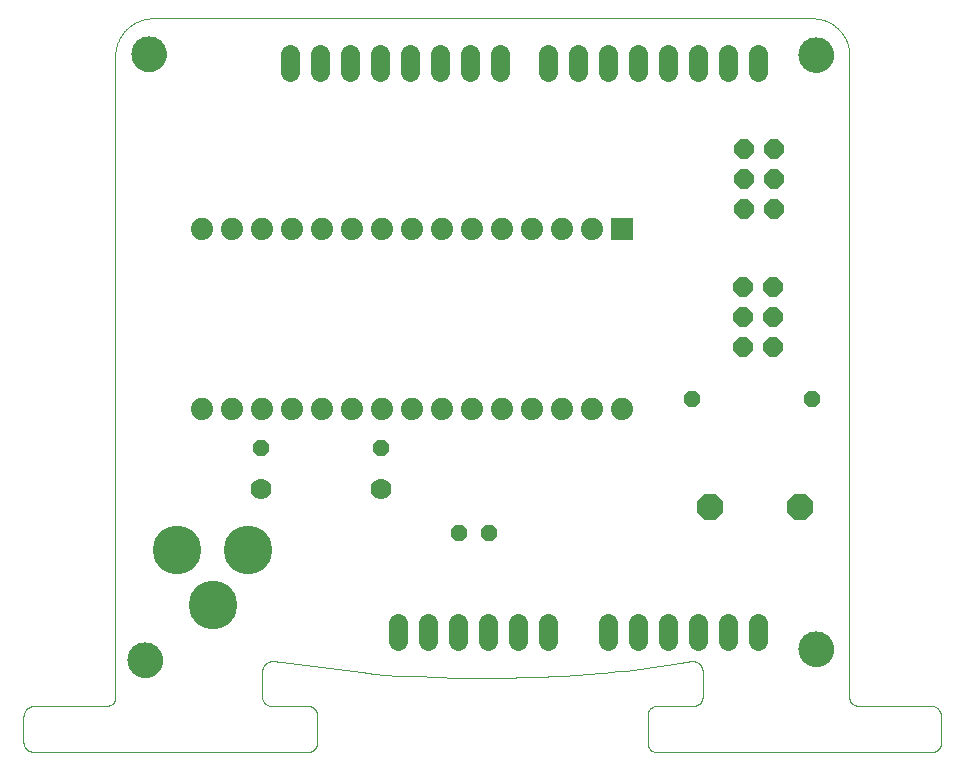
<source format=gbs>
G75*
%MOIN*%
%OFA0B0*%
%FSLAX25Y25*%
%IPPOS*%
%LPD*%
%AMOC8*
5,1,8,0,0,1.08239X$1,22.5*
%
%ADD10C,0.00000*%
%ADD11C,0.11817*%
%ADD12C,0.00300*%
%ADD13R,0.07400X0.07400*%
%ADD14C,0.07400*%
%ADD15C,0.06400*%
%ADD16OC8,0.05600*%
%ADD17OC8,0.08900*%
%ADD18C,0.16200*%
%ADD19C,0.07000*%
%ADD20OC8,0.06400*%
D10*
X0035911Y0031893D02*
X0035913Y0032044D01*
X0035919Y0032194D01*
X0035929Y0032345D01*
X0035943Y0032495D01*
X0035961Y0032644D01*
X0035982Y0032794D01*
X0036008Y0032942D01*
X0036038Y0033090D01*
X0036071Y0033237D01*
X0036109Y0033383D01*
X0036150Y0033528D01*
X0036195Y0033672D01*
X0036244Y0033814D01*
X0036297Y0033955D01*
X0036353Y0034095D01*
X0036413Y0034233D01*
X0036476Y0034370D01*
X0036544Y0034505D01*
X0036614Y0034638D01*
X0036688Y0034769D01*
X0036766Y0034898D01*
X0036847Y0035025D01*
X0036931Y0035150D01*
X0037019Y0035273D01*
X0037110Y0035393D01*
X0037204Y0035511D01*
X0037301Y0035626D01*
X0037401Y0035739D01*
X0037504Y0035849D01*
X0037610Y0035956D01*
X0037719Y0036061D01*
X0037830Y0036162D01*
X0037944Y0036261D01*
X0038060Y0036356D01*
X0038180Y0036449D01*
X0038301Y0036538D01*
X0038425Y0036624D01*
X0038551Y0036707D01*
X0038679Y0036786D01*
X0038809Y0036862D01*
X0038941Y0036935D01*
X0039075Y0037003D01*
X0039211Y0037069D01*
X0039349Y0037131D01*
X0039488Y0037189D01*
X0039628Y0037243D01*
X0039770Y0037294D01*
X0039913Y0037341D01*
X0040058Y0037384D01*
X0040203Y0037423D01*
X0040350Y0037459D01*
X0040497Y0037490D01*
X0040645Y0037518D01*
X0040794Y0037542D01*
X0040943Y0037562D01*
X0041093Y0037578D01*
X0041243Y0037590D01*
X0041394Y0037598D01*
X0041545Y0037602D01*
X0041695Y0037602D01*
X0041846Y0037598D01*
X0041997Y0037590D01*
X0042147Y0037578D01*
X0042297Y0037562D01*
X0042446Y0037542D01*
X0042595Y0037518D01*
X0042743Y0037490D01*
X0042890Y0037459D01*
X0043037Y0037423D01*
X0043182Y0037384D01*
X0043327Y0037341D01*
X0043470Y0037294D01*
X0043612Y0037243D01*
X0043752Y0037189D01*
X0043891Y0037131D01*
X0044029Y0037069D01*
X0044165Y0037003D01*
X0044299Y0036935D01*
X0044431Y0036862D01*
X0044561Y0036786D01*
X0044689Y0036707D01*
X0044815Y0036624D01*
X0044939Y0036538D01*
X0045060Y0036449D01*
X0045180Y0036356D01*
X0045296Y0036261D01*
X0045410Y0036162D01*
X0045521Y0036061D01*
X0045630Y0035956D01*
X0045736Y0035849D01*
X0045839Y0035739D01*
X0045939Y0035626D01*
X0046036Y0035511D01*
X0046130Y0035393D01*
X0046221Y0035273D01*
X0046309Y0035150D01*
X0046393Y0035025D01*
X0046474Y0034898D01*
X0046552Y0034769D01*
X0046626Y0034638D01*
X0046696Y0034505D01*
X0046764Y0034370D01*
X0046827Y0034233D01*
X0046887Y0034095D01*
X0046943Y0033955D01*
X0046996Y0033814D01*
X0047045Y0033672D01*
X0047090Y0033528D01*
X0047131Y0033383D01*
X0047169Y0033237D01*
X0047202Y0033090D01*
X0047232Y0032942D01*
X0047258Y0032794D01*
X0047279Y0032644D01*
X0047297Y0032495D01*
X0047311Y0032345D01*
X0047321Y0032194D01*
X0047327Y0032044D01*
X0047329Y0031893D01*
X0047327Y0031742D01*
X0047321Y0031592D01*
X0047311Y0031441D01*
X0047297Y0031291D01*
X0047279Y0031142D01*
X0047258Y0030992D01*
X0047232Y0030844D01*
X0047202Y0030696D01*
X0047169Y0030549D01*
X0047131Y0030403D01*
X0047090Y0030258D01*
X0047045Y0030114D01*
X0046996Y0029972D01*
X0046943Y0029831D01*
X0046887Y0029691D01*
X0046827Y0029553D01*
X0046764Y0029416D01*
X0046696Y0029281D01*
X0046626Y0029148D01*
X0046552Y0029017D01*
X0046474Y0028888D01*
X0046393Y0028761D01*
X0046309Y0028636D01*
X0046221Y0028513D01*
X0046130Y0028393D01*
X0046036Y0028275D01*
X0045939Y0028160D01*
X0045839Y0028047D01*
X0045736Y0027937D01*
X0045630Y0027830D01*
X0045521Y0027725D01*
X0045410Y0027624D01*
X0045296Y0027525D01*
X0045180Y0027430D01*
X0045060Y0027337D01*
X0044939Y0027248D01*
X0044815Y0027162D01*
X0044689Y0027079D01*
X0044561Y0027000D01*
X0044431Y0026924D01*
X0044299Y0026851D01*
X0044165Y0026783D01*
X0044029Y0026717D01*
X0043891Y0026655D01*
X0043752Y0026597D01*
X0043612Y0026543D01*
X0043470Y0026492D01*
X0043327Y0026445D01*
X0043182Y0026402D01*
X0043037Y0026363D01*
X0042890Y0026327D01*
X0042743Y0026296D01*
X0042595Y0026268D01*
X0042446Y0026244D01*
X0042297Y0026224D01*
X0042147Y0026208D01*
X0041997Y0026196D01*
X0041846Y0026188D01*
X0041695Y0026184D01*
X0041545Y0026184D01*
X0041394Y0026188D01*
X0041243Y0026196D01*
X0041093Y0026208D01*
X0040943Y0026224D01*
X0040794Y0026244D01*
X0040645Y0026268D01*
X0040497Y0026296D01*
X0040350Y0026327D01*
X0040203Y0026363D01*
X0040058Y0026402D01*
X0039913Y0026445D01*
X0039770Y0026492D01*
X0039628Y0026543D01*
X0039488Y0026597D01*
X0039349Y0026655D01*
X0039211Y0026717D01*
X0039075Y0026783D01*
X0038941Y0026851D01*
X0038809Y0026924D01*
X0038679Y0027000D01*
X0038551Y0027079D01*
X0038425Y0027162D01*
X0038301Y0027248D01*
X0038180Y0027337D01*
X0038060Y0027430D01*
X0037944Y0027525D01*
X0037830Y0027624D01*
X0037719Y0027725D01*
X0037610Y0027830D01*
X0037504Y0027937D01*
X0037401Y0028047D01*
X0037301Y0028160D01*
X0037204Y0028275D01*
X0037110Y0028393D01*
X0037019Y0028513D01*
X0036931Y0028636D01*
X0036847Y0028761D01*
X0036766Y0028888D01*
X0036688Y0029017D01*
X0036614Y0029148D01*
X0036544Y0029281D01*
X0036476Y0029416D01*
X0036413Y0029553D01*
X0036353Y0029691D01*
X0036297Y0029831D01*
X0036244Y0029972D01*
X0036195Y0030114D01*
X0036150Y0030258D01*
X0036109Y0030403D01*
X0036071Y0030549D01*
X0036038Y0030696D01*
X0036008Y0030844D01*
X0035982Y0030992D01*
X0035961Y0031142D01*
X0035943Y0031291D01*
X0035929Y0031441D01*
X0035919Y0031592D01*
X0035913Y0031742D01*
X0035911Y0031893D01*
X0259600Y0035535D02*
X0259602Y0035686D01*
X0259608Y0035836D01*
X0259618Y0035987D01*
X0259632Y0036137D01*
X0259650Y0036286D01*
X0259671Y0036436D01*
X0259697Y0036584D01*
X0259727Y0036732D01*
X0259760Y0036879D01*
X0259798Y0037025D01*
X0259839Y0037170D01*
X0259884Y0037314D01*
X0259933Y0037456D01*
X0259986Y0037597D01*
X0260042Y0037737D01*
X0260102Y0037875D01*
X0260165Y0038012D01*
X0260233Y0038147D01*
X0260303Y0038280D01*
X0260377Y0038411D01*
X0260455Y0038540D01*
X0260536Y0038667D01*
X0260620Y0038792D01*
X0260708Y0038915D01*
X0260799Y0039035D01*
X0260893Y0039153D01*
X0260990Y0039268D01*
X0261090Y0039381D01*
X0261193Y0039491D01*
X0261299Y0039598D01*
X0261408Y0039703D01*
X0261519Y0039804D01*
X0261633Y0039903D01*
X0261749Y0039998D01*
X0261869Y0040091D01*
X0261990Y0040180D01*
X0262114Y0040266D01*
X0262240Y0040349D01*
X0262368Y0040428D01*
X0262498Y0040504D01*
X0262630Y0040577D01*
X0262764Y0040645D01*
X0262900Y0040711D01*
X0263038Y0040773D01*
X0263177Y0040831D01*
X0263317Y0040885D01*
X0263459Y0040936D01*
X0263602Y0040983D01*
X0263747Y0041026D01*
X0263892Y0041065D01*
X0264039Y0041101D01*
X0264186Y0041132D01*
X0264334Y0041160D01*
X0264483Y0041184D01*
X0264632Y0041204D01*
X0264782Y0041220D01*
X0264932Y0041232D01*
X0265083Y0041240D01*
X0265234Y0041244D01*
X0265384Y0041244D01*
X0265535Y0041240D01*
X0265686Y0041232D01*
X0265836Y0041220D01*
X0265986Y0041204D01*
X0266135Y0041184D01*
X0266284Y0041160D01*
X0266432Y0041132D01*
X0266579Y0041101D01*
X0266726Y0041065D01*
X0266871Y0041026D01*
X0267016Y0040983D01*
X0267159Y0040936D01*
X0267301Y0040885D01*
X0267441Y0040831D01*
X0267580Y0040773D01*
X0267718Y0040711D01*
X0267854Y0040645D01*
X0267988Y0040577D01*
X0268120Y0040504D01*
X0268250Y0040428D01*
X0268378Y0040349D01*
X0268504Y0040266D01*
X0268628Y0040180D01*
X0268749Y0040091D01*
X0268869Y0039998D01*
X0268985Y0039903D01*
X0269099Y0039804D01*
X0269210Y0039703D01*
X0269319Y0039598D01*
X0269425Y0039491D01*
X0269528Y0039381D01*
X0269628Y0039268D01*
X0269725Y0039153D01*
X0269819Y0039035D01*
X0269910Y0038915D01*
X0269998Y0038792D01*
X0270082Y0038667D01*
X0270163Y0038540D01*
X0270241Y0038411D01*
X0270315Y0038280D01*
X0270385Y0038147D01*
X0270453Y0038012D01*
X0270516Y0037875D01*
X0270576Y0037737D01*
X0270632Y0037597D01*
X0270685Y0037456D01*
X0270734Y0037314D01*
X0270779Y0037170D01*
X0270820Y0037025D01*
X0270858Y0036879D01*
X0270891Y0036732D01*
X0270921Y0036584D01*
X0270947Y0036436D01*
X0270968Y0036286D01*
X0270986Y0036137D01*
X0271000Y0035987D01*
X0271010Y0035836D01*
X0271016Y0035686D01*
X0271018Y0035535D01*
X0271016Y0035384D01*
X0271010Y0035234D01*
X0271000Y0035083D01*
X0270986Y0034933D01*
X0270968Y0034784D01*
X0270947Y0034634D01*
X0270921Y0034486D01*
X0270891Y0034338D01*
X0270858Y0034191D01*
X0270820Y0034045D01*
X0270779Y0033900D01*
X0270734Y0033756D01*
X0270685Y0033614D01*
X0270632Y0033473D01*
X0270576Y0033333D01*
X0270516Y0033195D01*
X0270453Y0033058D01*
X0270385Y0032923D01*
X0270315Y0032790D01*
X0270241Y0032659D01*
X0270163Y0032530D01*
X0270082Y0032403D01*
X0269998Y0032278D01*
X0269910Y0032155D01*
X0269819Y0032035D01*
X0269725Y0031917D01*
X0269628Y0031802D01*
X0269528Y0031689D01*
X0269425Y0031579D01*
X0269319Y0031472D01*
X0269210Y0031367D01*
X0269099Y0031266D01*
X0268985Y0031167D01*
X0268869Y0031072D01*
X0268749Y0030979D01*
X0268628Y0030890D01*
X0268504Y0030804D01*
X0268378Y0030721D01*
X0268250Y0030642D01*
X0268120Y0030566D01*
X0267988Y0030493D01*
X0267854Y0030425D01*
X0267718Y0030359D01*
X0267580Y0030297D01*
X0267441Y0030239D01*
X0267301Y0030185D01*
X0267159Y0030134D01*
X0267016Y0030087D01*
X0266871Y0030044D01*
X0266726Y0030005D01*
X0266579Y0029969D01*
X0266432Y0029938D01*
X0266284Y0029910D01*
X0266135Y0029886D01*
X0265986Y0029866D01*
X0265836Y0029850D01*
X0265686Y0029838D01*
X0265535Y0029830D01*
X0265384Y0029826D01*
X0265234Y0029826D01*
X0265083Y0029830D01*
X0264932Y0029838D01*
X0264782Y0029850D01*
X0264632Y0029866D01*
X0264483Y0029886D01*
X0264334Y0029910D01*
X0264186Y0029938D01*
X0264039Y0029969D01*
X0263892Y0030005D01*
X0263747Y0030044D01*
X0263602Y0030087D01*
X0263459Y0030134D01*
X0263317Y0030185D01*
X0263177Y0030239D01*
X0263038Y0030297D01*
X0262900Y0030359D01*
X0262764Y0030425D01*
X0262630Y0030493D01*
X0262498Y0030566D01*
X0262368Y0030642D01*
X0262240Y0030721D01*
X0262114Y0030804D01*
X0261990Y0030890D01*
X0261869Y0030979D01*
X0261749Y0031072D01*
X0261633Y0031167D01*
X0261519Y0031266D01*
X0261408Y0031367D01*
X0261299Y0031472D01*
X0261193Y0031579D01*
X0261090Y0031689D01*
X0260990Y0031802D01*
X0260893Y0031917D01*
X0260799Y0032035D01*
X0260708Y0032155D01*
X0260620Y0032278D01*
X0260536Y0032403D01*
X0260455Y0032530D01*
X0260377Y0032659D01*
X0260303Y0032790D01*
X0260233Y0032923D01*
X0260165Y0033058D01*
X0260102Y0033195D01*
X0260042Y0033333D01*
X0259986Y0033473D01*
X0259933Y0033614D01*
X0259884Y0033756D01*
X0259839Y0033900D01*
X0259798Y0034045D01*
X0259760Y0034191D01*
X0259727Y0034338D01*
X0259697Y0034486D01*
X0259671Y0034634D01*
X0259650Y0034784D01*
X0259632Y0034933D01*
X0259618Y0035083D01*
X0259608Y0035234D01*
X0259602Y0035384D01*
X0259600Y0035535D01*
X0259600Y0233661D02*
X0259602Y0233812D01*
X0259608Y0233962D01*
X0259618Y0234113D01*
X0259632Y0234263D01*
X0259650Y0234412D01*
X0259671Y0234562D01*
X0259697Y0234710D01*
X0259727Y0234858D01*
X0259760Y0235005D01*
X0259798Y0235151D01*
X0259839Y0235296D01*
X0259884Y0235440D01*
X0259933Y0235582D01*
X0259986Y0235723D01*
X0260042Y0235863D01*
X0260102Y0236001D01*
X0260165Y0236138D01*
X0260233Y0236273D01*
X0260303Y0236406D01*
X0260377Y0236537D01*
X0260455Y0236666D01*
X0260536Y0236793D01*
X0260620Y0236918D01*
X0260708Y0237041D01*
X0260799Y0237161D01*
X0260893Y0237279D01*
X0260990Y0237394D01*
X0261090Y0237507D01*
X0261193Y0237617D01*
X0261299Y0237724D01*
X0261408Y0237829D01*
X0261519Y0237930D01*
X0261633Y0238029D01*
X0261749Y0238124D01*
X0261869Y0238217D01*
X0261990Y0238306D01*
X0262114Y0238392D01*
X0262240Y0238475D01*
X0262368Y0238554D01*
X0262498Y0238630D01*
X0262630Y0238703D01*
X0262764Y0238771D01*
X0262900Y0238837D01*
X0263038Y0238899D01*
X0263177Y0238957D01*
X0263317Y0239011D01*
X0263459Y0239062D01*
X0263602Y0239109D01*
X0263747Y0239152D01*
X0263892Y0239191D01*
X0264039Y0239227D01*
X0264186Y0239258D01*
X0264334Y0239286D01*
X0264483Y0239310D01*
X0264632Y0239330D01*
X0264782Y0239346D01*
X0264932Y0239358D01*
X0265083Y0239366D01*
X0265234Y0239370D01*
X0265384Y0239370D01*
X0265535Y0239366D01*
X0265686Y0239358D01*
X0265836Y0239346D01*
X0265986Y0239330D01*
X0266135Y0239310D01*
X0266284Y0239286D01*
X0266432Y0239258D01*
X0266579Y0239227D01*
X0266726Y0239191D01*
X0266871Y0239152D01*
X0267016Y0239109D01*
X0267159Y0239062D01*
X0267301Y0239011D01*
X0267441Y0238957D01*
X0267580Y0238899D01*
X0267718Y0238837D01*
X0267854Y0238771D01*
X0267988Y0238703D01*
X0268120Y0238630D01*
X0268250Y0238554D01*
X0268378Y0238475D01*
X0268504Y0238392D01*
X0268628Y0238306D01*
X0268749Y0238217D01*
X0268869Y0238124D01*
X0268985Y0238029D01*
X0269099Y0237930D01*
X0269210Y0237829D01*
X0269319Y0237724D01*
X0269425Y0237617D01*
X0269528Y0237507D01*
X0269628Y0237394D01*
X0269725Y0237279D01*
X0269819Y0237161D01*
X0269910Y0237041D01*
X0269998Y0236918D01*
X0270082Y0236793D01*
X0270163Y0236666D01*
X0270241Y0236537D01*
X0270315Y0236406D01*
X0270385Y0236273D01*
X0270453Y0236138D01*
X0270516Y0236001D01*
X0270576Y0235863D01*
X0270632Y0235723D01*
X0270685Y0235582D01*
X0270734Y0235440D01*
X0270779Y0235296D01*
X0270820Y0235151D01*
X0270858Y0235005D01*
X0270891Y0234858D01*
X0270921Y0234710D01*
X0270947Y0234562D01*
X0270968Y0234412D01*
X0270986Y0234263D01*
X0271000Y0234113D01*
X0271010Y0233962D01*
X0271016Y0233812D01*
X0271018Y0233661D01*
X0271016Y0233510D01*
X0271010Y0233360D01*
X0271000Y0233209D01*
X0270986Y0233059D01*
X0270968Y0232910D01*
X0270947Y0232760D01*
X0270921Y0232612D01*
X0270891Y0232464D01*
X0270858Y0232317D01*
X0270820Y0232171D01*
X0270779Y0232026D01*
X0270734Y0231882D01*
X0270685Y0231740D01*
X0270632Y0231599D01*
X0270576Y0231459D01*
X0270516Y0231321D01*
X0270453Y0231184D01*
X0270385Y0231049D01*
X0270315Y0230916D01*
X0270241Y0230785D01*
X0270163Y0230656D01*
X0270082Y0230529D01*
X0269998Y0230404D01*
X0269910Y0230281D01*
X0269819Y0230161D01*
X0269725Y0230043D01*
X0269628Y0229928D01*
X0269528Y0229815D01*
X0269425Y0229705D01*
X0269319Y0229598D01*
X0269210Y0229493D01*
X0269099Y0229392D01*
X0268985Y0229293D01*
X0268869Y0229198D01*
X0268749Y0229105D01*
X0268628Y0229016D01*
X0268504Y0228930D01*
X0268378Y0228847D01*
X0268250Y0228768D01*
X0268120Y0228692D01*
X0267988Y0228619D01*
X0267854Y0228551D01*
X0267718Y0228485D01*
X0267580Y0228423D01*
X0267441Y0228365D01*
X0267301Y0228311D01*
X0267159Y0228260D01*
X0267016Y0228213D01*
X0266871Y0228170D01*
X0266726Y0228131D01*
X0266579Y0228095D01*
X0266432Y0228064D01*
X0266284Y0228036D01*
X0266135Y0228012D01*
X0265986Y0227992D01*
X0265836Y0227976D01*
X0265686Y0227964D01*
X0265535Y0227956D01*
X0265384Y0227952D01*
X0265234Y0227952D01*
X0265083Y0227956D01*
X0264932Y0227964D01*
X0264782Y0227976D01*
X0264632Y0227992D01*
X0264483Y0228012D01*
X0264334Y0228036D01*
X0264186Y0228064D01*
X0264039Y0228095D01*
X0263892Y0228131D01*
X0263747Y0228170D01*
X0263602Y0228213D01*
X0263459Y0228260D01*
X0263317Y0228311D01*
X0263177Y0228365D01*
X0263038Y0228423D01*
X0262900Y0228485D01*
X0262764Y0228551D01*
X0262630Y0228619D01*
X0262498Y0228692D01*
X0262368Y0228768D01*
X0262240Y0228847D01*
X0262114Y0228930D01*
X0261990Y0229016D01*
X0261869Y0229105D01*
X0261749Y0229198D01*
X0261633Y0229293D01*
X0261519Y0229392D01*
X0261408Y0229493D01*
X0261299Y0229598D01*
X0261193Y0229705D01*
X0261090Y0229815D01*
X0260990Y0229928D01*
X0260893Y0230043D01*
X0260799Y0230161D01*
X0260708Y0230281D01*
X0260620Y0230404D01*
X0260536Y0230529D01*
X0260455Y0230656D01*
X0260377Y0230785D01*
X0260303Y0230916D01*
X0260233Y0231049D01*
X0260165Y0231184D01*
X0260102Y0231321D01*
X0260042Y0231459D01*
X0259986Y0231599D01*
X0259933Y0231740D01*
X0259884Y0231882D01*
X0259839Y0232026D01*
X0259798Y0232171D01*
X0259760Y0232317D01*
X0259727Y0232464D01*
X0259697Y0232612D01*
X0259671Y0232760D01*
X0259650Y0232910D01*
X0259632Y0233059D01*
X0259618Y0233209D01*
X0259608Y0233360D01*
X0259602Y0233510D01*
X0259600Y0233661D01*
X0037169Y0233893D02*
X0037171Y0234044D01*
X0037177Y0234194D01*
X0037187Y0234345D01*
X0037201Y0234495D01*
X0037219Y0234644D01*
X0037240Y0234794D01*
X0037266Y0234942D01*
X0037296Y0235090D01*
X0037329Y0235237D01*
X0037367Y0235383D01*
X0037408Y0235528D01*
X0037453Y0235672D01*
X0037502Y0235814D01*
X0037555Y0235955D01*
X0037611Y0236095D01*
X0037671Y0236233D01*
X0037734Y0236370D01*
X0037802Y0236505D01*
X0037872Y0236638D01*
X0037946Y0236769D01*
X0038024Y0236898D01*
X0038105Y0237025D01*
X0038189Y0237150D01*
X0038277Y0237273D01*
X0038368Y0237393D01*
X0038462Y0237511D01*
X0038559Y0237626D01*
X0038659Y0237739D01*
X0038762Y0237849D01*
X0038868Y0237956D01*
X0038977Y0238061D01*
X0039088Y0238162D01*
X0039202Y0238261D01*
X0039318Y0238356D01*
X0039438Y0238449D01*
X0039559Y0238538D01*
X0039683Y0238624D01*
X0039809Y0238707D01*
X0039937Y0238786D01*
X0040067Y0238862D01*
X0040199Y0238935D01*
X0040333Y0239003D01*
X0040469Y0239069D01*
X0040607Y0239131D01*
X0040746Y0239189D01*
X0040886Y0239243D01*
X0041028Y0239294D01*
X0041171Y0239341D01*
X0041316Y0239384D01*
X0041461Y0239423D01*
X0041608Y0239459D01*
X0041755Y0239490D01*
X0041903Y0239518D01*
X0042052Y0239542D01*
X0042201Y0239562D01*
X0042351Y0239578D01*
X0042501Y0239590D01*
X0042652Y0239598D01*
X0042803Y0239602D01*
X0042953Y0239602D01*
X0043104Y0239598D01*
X0043255Y0239590D01*
X0043405Y0239578D01*
X0043555Y0239562D01*
X0043704Y0239542D01*
X0043853Y0239518D01*
X0044001Y0239490D01*
X0044148Y0239459D01*
X0044295Y0239423D01*
X0044440Y0239384D01*
X0044585Y0239341D01*
X0044728Y0239294D01*
X0044870Y0239243D01*
X0045010Y0239189D01*
X0045149Y0239131D01*
X0045287Y0239069D01*
X0045423Y0239003D01*
X0045557Y0238935D01*
X0045689Y0238862D01*
X0045819Y0238786D01*
X0045947Y0238707D01*
X0046073Y0238624D01*
X0046197Y0238538D01*
X0046318Y0238449D01*
X0046438Y0238356D01*
X0046554Y0238261D01*
X0046668Y0238162D01*
X0046779Y0238061D01*
X0046888Y0237956D01*
X0046994Y0237849D01*
X0047097Y0237739D01*
X0047197Y0237626D01*
X0047294Y0237511D01*
X0047388Y0237393D01*
X0047479Y0237273D01*
X0047567Y0237150D01*
X0047651Y0237025D01*
X0047732Y0236898D01*
X0047810Y0236769D01*
X0047884Y0236638D01*
X0047954Y0236505D01*
X0048022Y0236370D01*
X0048085Y0236233D01*
X0048145Y0236095D01*
X0048201Y0235955D01*
X0048254Y0235814D01*
X0048303Y0235672D01*
X0048348Y0235528D01*
X0048389Y0235383D01*
X0048427Y0235237D01*
X0048460Y0235090D01*
X0048490Y0234942D01*
X0048516Y0234794D01*
X0048537Y0234644D01*
X0048555Y0234495D01*
X0048569Y0234345D01*
X0048579Y0234194D01*
X0048585Y0234044D01*
X0048587Y0233893D01*
X0048585Y0233742D01*
X0048579Y0233592D01*
X0048569Y0233441D01*
X0048555Y0233291D01*
X0048537Y0233142D01*
X0048516Y0232992D01*
X0048490Y0232844D01*
X0048460Y0232696D01*
X0048427Y0232549D01*
X0048389Y0232403D01*
X0048348Y0232258D01*
X0048303Y0232114D01*
X0048254Y0231972D01*
X0048201Y0231831D01*
X0048145Y0231691D01*
X0048085Y0231553D01*
X0048022Y0231416D01*
X0047954Y0231281D01*
X0047884Y0231148D01*
X0047810Y0231017D01*
X0047732Y0230888D01*
X0047651Y0230761D01*
X0047567Y0230636D01*
X0047479Y0230513D01*
X0047388Y0230393D01*
X0047294Y0230275D01*
X0047197Y0230160D01*
X0047097Y0230047D01*
X0046994Y0229937D01*
X0046888Y0229830D01*
X0046779Y0229725D01*
X0046668Y0229624D01*
X0046554Y0229525D01*
X0046438Y0229430D01*
X0046318Y0229337D01*
X0046197Y0229248D01*
X0046073Y0229162D01*
X0045947Y0229079D01*
X0045819Y0229000D01*
X0045689Y0228924D01*
X0045557Y0228851D01*
X0045423Y0228783D01*
X0045287Y0228717D01*
X0045149Y0228655D01*
X0045010Y0228597D01*
X0044870Y0228543D01*
X0044728Y0228492D01*
X0044585Y0228445D01*
X0044440Y0228402D01*
X0044295Y0228363D01*
X0044148Y0228327D01*
X0044001Y0228296D01*
X0043853Y0228268D01*
X0043704Y0228244D01*
X0043555Y0228224D01*
X0043405Y0228208D01*
X0043255Y0228196D01*
X0043104Y0228188D01*
X0042953Y0228184D01*
X0042803Y0228184D01*
X0042652Y0228188D01*
X0042501Y0228196D01*
X0042351Y0228208D01*
X0042201Y0228224D01*
X0042052Y0228244D01*
X0041903Y0228268D01*
X0041755Y0228296D01*
X0041608Y0228327D01*
X0041461Y0228363D01*
X0041316Y0228402D01*
X0041171Y0228445D01*
X0041028Y0228492D01*
X0040886Y0228543D01*
X0040746Y0228597D01*
X0040607Y0228655D01*
X0040469Y0228717D01*
X0040333Y0228783D01*
X0040199Y0228851D01*
X0040067Y0228924D01*
X0039937Y0229000D01*
X0039809Y0229079D01*
X0039683Y0229162D01*
X0039559Y0229248D01*
X0039438Y0229337D01*
X0039318Y0229430D01*
X0039202Y0229525D01*
X0039088Y0229624D01*
X0038977Y0229725D01*
X0038868Y0229830D01*
X0038762Y0229937D01*
X0038659Y0230047D01*
X0038559Y0230160D01*
X0038462Y0230275D01*
X0038368Y0230393D01*
X0038277Y0230513D01*
X0038189Y0230636D01*
X0038105Y0230761D01*
X0038024Y0230888D01*
X0037946Y0231017D01*
X0037872Y0231148D01*
X0037802Y0231281D01*
X0037734Y0231416D01*
X0037671Y0231553D01*
X0037611Y0231691D01*
X0037555Y0231831D01*
X0037502Y0231972D01*
X0037453Y0232114D01*
X0037408Y0232258D01*
X0037367Y0232403D01*
X0037329Y0232549D01*
X0037296Y0232696D01*
X0037266Y0232844D01*
X0037240Y0232992D01*
X0037219Y0233142D01*
X0037201Y0233291D01*
X0037187Y0233441D01*
X0037177Y0233592D01*
X0037171Y0233742D01*
X0037169Y0233893D01*
D11*
X0042878Y0233893D03*
X0265309Y0233661D03*
X0265309Y0035535D03*
X0041620Y0031893D03*
D12*
X0004425Y0001268D02*
X0096163Y0001268D01*
X0096267Y0001270D01*
X0096372Y0001276D01*
X0096476Y0001285D01*
X0096580Y0001298D01*
X0096683Y0001316D01*
X0096785Y0001336D01*
X0096887Y0001361D01*
X0096987Y0001389D01*
X0097087Y0001421D01*
X0097185Y0001457D01*
X0097282Y0001496D01*
X0097377Y0001539D01*
X0097471Y0001585D01*
X0097563Y0001634D01*
X0097653Y0001687D01*
X0097742Y0001743D01*
X0097828Y0001802D01*
X0097912Y0001865D01*
X0097993Y0001930D01*
X0098072Y0001998D01*
X0098149Y0002069D01*
X0098223Y0002143D01*
X0098294Y0002220D01*
X0098362Y0002299D01*
X0098427Y0002380D01*
X0098490Y0002464D01*
X0098549Y0002550D01*
X0098605Y0002639D01*
X0098658Y0002729D01*
X0098707Y0002821D01*
X0098753Y0002915D01*
X0098796Y0003010D01*
X0098835Y0003107D01*
X0098871Y0003205D01*
X0098903Y0003305D01*
X0098931Y0003405D01*
X0098956Y0003507D01*
X0098976Y0003609D01*
X0098994Y0003712D01*
X0099007Y0003816D01*
X0099016Y0003920D01*
X0099022Y0004025D01*
X0099024Y0004129D01*
X0099024Y0013457D01*
X0099022Y0013569D01*
X0099016Y0013680D01*
X0099006Y0013791D01*
X0098992Y0013902D01*
X0098974Y0014012D01*
X0098953Y0014121D01*
X0098927Y0014230D01*
X0098897Y0014338D01*
X0098864Y0014444D01*
X0098827Y0014549D01*
X0098786Y0014653D01*
X0098742Y0014756D01*
X0098693Y0014856D01*
X0098642Y0014955D01*
X0098586Y0015052D01*
X0098528Y0015147D01*
X0098466Y0015240D01*
X0098400Y0015330D01*
X0098332Y0015418D01*
X0098260Y0015504D01*
X0098186Y0015587D01*
X0098108Y0015667D01*
X0098028Y0015745D01*
X0097945Y0015819D01*
X0097859Y0015891D01*
X0097771Y0015959D01*
X0097681Y0016025D01*
X0097588Y0016087D01*
X0097493Y0016145D01*
X0097396Y0016201D01*
X0097297Y0016252D01*
X0097197Y0016301D01*
X0097094Y0016345D01*
X0096990Y0016386D01*
X0096885Y0016423D01*
X0096779Y0016456D01*
X0096671Y0016486D01*
X0096562Y0016512D01*
X0096453Y0016533D01*
X0096343Y0016551D01*
X0096232Y0016565D01*
X0096121Y0016575D01*
X0096010Y0016581D01*
X0095898Y0016583D01*
X0083792Y0016583D01*
X0083682Y0016585D01*
X0083573Y0016591D01*
X0083463Y0016601D01*
X0083354Y0016614D01*
X0083246Y0016632D01*
X0083138Y0016653D01*
X0083032Y0016679D01*
X0082926Y0016708D01*
X0082821Y0016740D01*
X0082717Y0016777D01*
X0082615Y0016817D01*
X0082515Y0016861D01*
X0082416Y0016908D01*
X0082318Y0016959D01*
X0082223Y0017013D01*
X0082130Y0017071D01*
X0082038Y0017132D01*
X0081949Y0017196D01*
X0081863Y0017264D01*
X0081778Y0017334D01*
X0081697Y0017407D01*
X0081618Y0017484D01*
X0081541Y0017563D01*
X0081468Y0017644D01*
X0081398Y0017729D01*
X0081330Y0017815D01*
X0081266Y0017904D01*
X0081205Y0017996D01*
X0081147Y0018089D01*
X0081093Y0018184D01*
X0081042Y0018282D01*
X0080995Y0018381D01*
X0080951Y0018481D01*
X0080911Y0018583D01*
X0080874Y0018687D01*
X0080842Y0018792D01*
X0080813Y0018898D01*
X0080787Y0019004D01*
X0080766Y0019112D01*
X0080748Y0019220D01*
X0080735Y0019329D01*
X0080725Y0019439D01*
X0080719Y0019548D01*
X0080717Y0019658D01*
X0080717Y0028000D01*
X0080719Y0028117D01*
X0080725Y0028234D01*
X0080735Y0028351D01*
X0080748Y0028467D01*
X0080766Y0028583D01*
X0080787Y0028698D01*
X0080812Y0028813D01*
X0080842Y0028926D01*
X0080874Y0029038D01*
X0080911Y0029150D01*
X0080951Y0029260D01*
X0080995Y0029368D01*
X0081043Y0029475D01*
X0081094Y0029581D01*
X0081148Y0029684D01*
X0081206Y0029786D01*
X0081268Y0029886D01*
X0081332Y0029984D01*
X0081400Y0030079D01*
X0081471Y0030172D01*
X0081545Y0030263D01*
X0081623Y0030351D01*
X0081703Y0030437D01*
X0081785Y0030519D01*
X0081871Y0030599D01*
X0081959Y0030677D01*
X0082050Y0030751D01*
X0082143Y0030822D01*
X0082238Y0030890D01*
X0082336Y0030954D01*
X0082436Y0031016D01*
X0082538Y0031074D01*
X0082641Y0031128D01*
X0082747Y0031179D01*
X0082854Y0031227D01*
X0082962Y0031271D01*
X0083072Y0031311D01*
X0083184Y0031348D01*
X0083296Y0031380D01*
X0083409Y0031410D01*
X0083524Y0031435D01*
X0083639Y0031456D01*
X0083755Y0031474D01*
X0083871Y0031487D01*
X0083988Y0031497D01*
X0084105Y0031503D01*
X0084222Y0031505D01*
X0084280Y0031493D02*
X0113867Y0027725D01*
X0134339Y0026387D02*
X0136585Y0026349D01*
X0138830Y0026257D01*
X0141072Y0026111D01*
X0160047Y0025914D02*
X0160463Y0025888D01*
X0160879Y0025870D01*
X0161296Y0025861D01*
X0161712Y0025861D01*
X0162129Y0025870D01*
X0162545Y0025888D01*
X0162961Y0025914D01*
X0160048Y0025914D02*
X0159340Y0025959D01*
X0158631Y0025988D01*
X0157922Y0026003D01*
X0157213Y0026001D01*
X0156504Y0025985D01*
X0155796Y0025953D01*
X0162961Y0025914D02*
X0164544Y0026014D01*
X0166128Y0026081D01*
X0167714Y0026113D01*
X0169300Y0026111D01*
X0177016Y0026387D02*
X0178380Y0026489D01*
X0179745Y0026568D01*
X0181111Y0026623D01*
X0201977Y0028355D02*
X0215835Y0030244D01*
X0224101Y0031504D02*
X0224216Y0031502D01*
X0224330Y0031496D01*
X0224444Y0031487D01*
X0224558Y0031473D01*
X0224671Y0031456D01*
X0224784Y0031435D01*
X0224895Y0031411D01*
X0225006Y0031382D01*
X0225116Y0031350D01*
X0225225Y0031314D01*
X0225333Y0031275D01*
X0225439Y0031232D01*
X0225544Y0031186D01*
X0225647Y0031136D01*
X0225748Y0031082D01*
X0225847Y0031026D01*
X0225945Y0030966D01*
X0226041Y0030902D01*
X0226134Y0030836D01*
X0226225Y0030767D01*
X0226314Y0030694D01*
X0226400Y0030619D01*
X0226483Y0030540D01*
X0226564Y0030459D01*
X0226643Y0030376D01*
X0226718Y0030290D01*
X0226791Y0030201D01*
X0226860Y0030110D01*
X0226926Y0030017D01*
X0226990Y0029921D01*
X0227050Y0029823D01*
X0227106Y0029724D01*
X0227160Y0029623D01*
X0227210Y0029520D01*
X0227256Y0029415D01*
X0227299Y0029309D01*
X0227338Y0029201D01*
X0227374Y0029092D01*
X0227406Y0028982D01*
X0227435Y0028871D01*
X0227459Y0028760D01*
X0227480Y0028647D01*
X0227497Y0028534D01*
X0227511Y0028420D01*
X0227520Y0028306D01*
X0227526Y0028192D01*
X0227528Y0028077D01*
X0227528Y0019513D01*
X0227526Y0019407D01*
X0227520Y0019302D01*
X0227511Y0019197D01*
X0227497Y0019092D01*
X0227480Y0018988D01*
X0227459Y0018885D01*
X0227434Y0018782D01*
X0227405Y0018680D01*
X0227373Y0018580D01*
X0227337Y0018481D01*
X0227298Y0018383D01*
X0227255Y0018286D01*
X0227208Y0018192D01*
X0227158Y0018099D01*
X0227105Y0018007D01*
X0227048Y0017918D01*
X0226988Y0017831D01*
X0226925Y0017747D01*
X0226859Y0017664D01*
X0226790Y0017584D01*
X0226719Y0017507D01*
X0226644Y0017432D01*
X0226567Y0017361D01*
X0226487Y0017292D01*
X0226404Y0017226D01*
X0226320Y0017163D01*
X0226233Y0017103D01*
X0226144Y0017046D01*
X0226052Y0016993D01*
X0225959Y0016943D01*
X0225865Y0016896D01*
X0225768Y0016853D01*
X0225670Y0016814D01*
X0225571Y0016778D01*
X0225471Y0016746D01*
X0225369Y0016717D01*
X0225266Y0016692D01*
X0225163Y0016671D01*
X0225059Y0016654D01*
X0224954Y0016640D01*
X0224849Y0016631D01*
X0224744Y0016625D01*
X0224638Y0016623D01*
X0224638Y0016622D02*
X0212410Y0016622D01*
X0212410Y0016623D02*
X0212297Y0016621D01*
X0212185Y0016615D01*
X0212072Y0016605D01*
X0211961Y0016592D01*
X0211849Y0016574D01*
X0211739Y0016552D01*
X0211629Y0016527D01*
X0211520Y0016498D01*
X0211412Y0016465D01*
X0211306Y0016428D01*
X0211200Y0016388D01*
X0211097Y0016344D01*
X0210994Y0016296D01*
X0210894Y0016245D01*
X0210796Y0016190D01*
X0210699Y0016132D01*
X0210604Y0016071D01*
X0210512Y0016006D01*
X0210422Y0015938D01*
X0210334Y0015868D01*
X0210249Y0015794D01*
X0210167Y0015717D01*
X0210087Y0015637D01*
X0210010Y0015555D01*
X0209936Y0015470D01*
X0209866Y0015382D01*
X0209798Y0015292D01*
X0209733Y0015200D01*
X0209672Y0015105D01*
X0209614Y0015008D01*
X0209559Y0014910D01*
X0209508Y0014810D01*
X0209460Y0014707D01*
X0209416Y0014604D01*
X0209376Y0014498D01*
X0209339Y0014392D01*
X0209306Y0014284D01*
X0209277Y0014175D01*
X0209252Y0014065D01*
X0209230Y0013955D01*
X0209212Y0013843D01*
X0209199Y0013732D01*
X0209189Y0013619D01*
X0209183Y0013507D01*
X0209181Y0013394D01*
X0209181Y0013355D01*
X0209181Y0013276D02*
X0209181Y0004216D01*
X0209182Y0004216D02*
X0209184Y0004107D01*
X0209190Y0003997D01*
X0209200Y0003888D01*
X0209213Y0003780D01*
X0209231Y0003672D01*
X0209252Y0003564D01*
X0209277Y0003458D01*
X0209306Y0003352D01*
X0209339Y0003248D01*
X0209375Y0003145D01*
X0209415Y0003043D01*
X0209459Y0002942D01*
X0209506Y0002844D01*
X0209557Y0002747D01*
X0209611Y0002652D01*
X0209669Y0002558D01*
X0209730Y0002467D01*
X0209794Y0002379D01*
X0209861Y0002292D01*
X0209931Y0002208D01*
X0210004Y0002127D01*
X0210080Y0002048D01*
X0210159Y0001972D01*
X0210240Y0001899D01*
X0210324Y0001829D01*
X0210411Y0001762D01*
X0210499Y0001698D01*
X0210590Y0001637D01*
X0210684Y0001579D01*
X0210779Y0001525D01*
X0210876Y0001474D01*
X0210974Y0001427D01*
X0211075Y0001383D01*
X0211177Y0001343D01*
X0211280Y0001307D01*
X0211384Y0001274D01*
X0211490Y0001245D01*
X0211596Y0001220D01*
X0211704Y0001199D01*
X0211812Y0001181D01*
X0211920Y0001168D01*
X0212029Y0001158D01*
X0212139Y0001152D01*
X0212248Y0001150D01*
X0303740Y0001150D01*
X0303853Y0001152D01*
X0303966Y0001158D01*
X0304079Y0001167D01*
X0304191Y0001181D01*
X0304303Y0001198D01*
X0304414Y0001219D01*
X0304525Y0001244D01*
X0304634Y0001273D01*
X0304743Y0001305D01*
X0304850Y0001341D01*
X0304956Y0001381D01*
X0305061Y0001424D01*
X0305164Y0001471D01*
X0305265Y0001522D01*
X0305365Y0001575D01*
X0305462Y0001633D01*
X0305558Y0001693D01*
X0305652Y0001757D01*
X0305743Y0001824D01*
X0305832Y0001894D01*
X0305919Y0001966D01*
X0306003Y0002042D01*
X0306084Y0002121D01*
X0306163Y0002202D01*
X0306239Y0002286D01*
X0306311Y0002373D01*
X0306381Y0002462D01*
X0306448Y0002553D01*
X0306512Y0002647D01*
X0306572Y0002743D01*
X0306630Y0002840D01*
X0306683Y0002940D01*
X0306734Y0003041D01*
X0306781Y0003144D01*
X0306824Y0003249D01*
X0306864Y0003355D01*
X0306900Y0003462D01*
X0306932Y0003571D01*
X0306961Y0003680D01*
X0306986Y0003791D01*
X0307007Y0003902D01*
X0307024Y0004014D01*
X0307038Y0004126D01*
X0307047Y0004239D01*
X0307053Y0004352D01*
X0307055Y0004465D01*
X0307056Y0004465D02*
X0307056Y0013087D01*
X0307054Y0013205D01*
X0307048Y0013323D01*
X0307038Y0013441D01*
X0307024Y0013558D01*
X0307007Y0013675D01*
X0306985Y0013791D01*
X0306960Y0013907D01*
X0306930Y0014021D01*
X0306897Y0014135D01*
X0306860Y0014247D01*
X0306820Y0014358D01*
X0306775Y0014467D01*
X0306727Y0014575D01*
X0306676Y0014682D01*
X0306621Y0014786D01*
X0306562Y0014889D01*
X0306500Y0014990D01*
X0306435Y0015088D01*
X0306367Y0015184D01*
X0306295Y0015278D01*
X0306220Y0015370D01*
X0306142Y0015459D01*
X0306062Y0015545D01*
X0305978Y0015629D01*
X0305892Y0015709D01*
X0305803Y0015787D01*
X0305711Y0015862D01*
X0305617Y0015934D01*
X0305521Y0016002D01*
X0305423Y0016067D01*
X0305322Y0016129D01*
X0305219Y0016188D01*
X0305115Y0016243D01*
X0305008Y0016294D01*
X0304900Y0016342D01*
X0304791Y0016387D01*
X0304680Y0016427D01*
X0304568Y0016464D01*
X0304454Y0016497D01*
X0304340Y0016527D01*
X0304224Y0016552D01*
X0304108Y0016574D01*
X0303991Y0016591D01*
X0303874Y0016605D01*
X0303756Y0016615D01*
X0303638Y0016621D01*
X0303520Y0016623D01*
X0303520Y0016622D02*
X0279273Y0016622D01*
X0279168Y0016624D01*
X0279063Y0016630D01*
X0278959Y0016640D01*
X0278854Y0016653D01*
X0278751Y0016671D01*
X0278648Y0016692D01*
X0278546Y0016718D01*
X0278445Y0016747D01*
X0278346Y0016780D01*
X0278247Y0016816D01*
X0278150Y0016856D01*
X0278055Y0016900D01*
X0277961Y0016947D01*
X0277869Y0016998D01*
X0277779Y0017052D01*
X0277691Y0017110D01*
X0277606Y0017171D01*
X0277522Y0017235D01*
X0277441Y0017302D01*
X0277363Y0017372D01*
X0277287Y0017444D01*
X0277215Y0017520D01*
X0277145Y0017598D01*
X0277078Y0017679D01*
X0277014Y0017763D01*
X0276953Y0017848D01*
X0276895Y0017936D01*
X0276841Y0018026D01*
X0276790Y0018118D01*
X0276743Y0018212D01*
X0276699Y0018307D01*
X0276659Y0018404D01*
X0276623Y0018503D01*
X0276590Y0018602D01*
X0276561Y0018703D01*
X0276535Y0018805D01*
X0276514Y0018908D01*
X0276496Y0019011D01*
X0276483Y0019116D01*
X0276473Y0019220D01*
X0276467Y0019325D01*
X0276465Y0019430D01*
X0276465Y0233385D01*
X0276461Y0233684D01*
X0276451Y0233983D01*
X0276433Y0234281D01*
X0276407Y0234579D01*
X0276375Y0234876D01*
X0276335Y0235172D01*
X0276288Y0235468D01*
X0276235Y0235762D01*
X0276174Y0236054D01*
X0276106Y0236346D01*
X0276030Y0236635D01*
X0275948Y0236922D01*
X0275860Y0237208D01*
X0275764Y0237491D01*
X0275661Y0237772D01*
X0275552Y0238050D01*
X0275436Y0238326D01*
X0275313Y0238598D01*
X0275184Y0238868D01*
X0275048Y0239134D01*
X0274906Y0239397D01*
X0274757Y0239657D01*
X0274603Y0239912D01*
X0274442Y0240164D01*
X0274275Y0240413D01*
X0274102Y0240656D01*
X0273924Y0240896D01*
X0273739Y0241132D01*
X0273549Y0241362D01*
X0273354Y0241588D01*
X0273153Y0241810D01*
X0272947Y0242026D01*
X0272735Y0242238D01*
X0272519Y0242444D01*
X0272297Y0242645D01*
X0272071Y0242840D01*
X0271841Y0243030D01*
X0271605Y0243215D01*
X0271365Y0243393D01*
X0271122Y0243566D01*
X0270873Y0243733D01*
X0270621Y0243894D01*
X0270366Y0244048D01*
X0270106Y0244197D01*
X0269843Y0244339D01*
X0269577Y0244475D01*
X0269307Y0244604D01*
X0269035Y0244727D01*
X0268759Y0244843D01*
X0268481Y0244952D01*
X0268200Y0245055D01*
X0267917Y0245151D01*
X0267631Y0245239D01*
X0267344Y0245321D01*
X0267055Y0245397D01*
X0266763Y0245465D01*
X0266471Y0245526D01*
X0266177Y0245579D01*
X0265881Y0245626D01*
X0265585Y0245666D01*
X0265288Y0245698D01*
X0264990Y0245724D01*
X0264692Y0245742D01*
X0264393Y0245752D01*
X0264094Y0245756D01*
X0044338Y0245756D01*
X0044338Y0245757D02*
X0044029Y0245753D01*
X0043721Y0245742D01*
X0043413Y0245723D01*
X0043106Y0245696D01*
X0042800Y0245662D01*
X0042494Y0245620D01*
X0042190Y0245571D01*
X0041887Y0245515D01*
X0041585Y0245451D01*
X0041285Y0245379D01*
X0040987Y0245301D01*
X0040691Y0245215D01*
X0040397Y0245122D01*
X0040105Y0245021D01*
X0039816Y0244914D01*
X0039530Y0244799D01*
X0039246Y0244678D01*
X0038966Y0244549D01*
X0038689Y0244414D01*
X0038415Y0244272D01*
X0038145Y0244123D01*
X0037879Y0243968D01*
X0037616Y0243806D01*
X0037358Y0243638D01*
X0037104Y0243463D01*
X0036854Y0243282D01*
X0036608Y0243096D01*
X0036368Y0242903D01*
X0036132Y0242704D01*
X0035901Y0242500D01*
X0035675Y0242290D01*
X0035454Y0242075D01*
X0035239Y0241854D01*
X0035029Y0241628D01*
X0034825Y0241397D01*
X0034626Y0241161D01*
X0034434Y0240920D01*
X0034247Y0240675D01*
X0034066Y0240425D01*
X0033892Y0240171D01*
X0033724Y0239912D01*
X0033562Y0239649D01*
X0033407Y0239383D01*
X0033258Y0239113D01*
X0033116Y0238839D01*
X0032981Y0238562D01*
X0032853Y0238282D01*
X0032731Y0237998D01*
X0032617Y0237712D01*
X0032509Y0237423D01*
X0032409Y0237131D01*
X0032316Y0236837D01*
X0032230Y0236541D01*
X0032151Y0236243D01*
X0032080Y0235943D01*
X0032016Y0235641D01*
X0031960Y0235338D01*
X0031911Y0235034D01*
X0031869Y0234728D01*
X0031835Y0234422D01*
X0031809Y0234114D01*
X0031790Y0233807D01*
X0031779Y0233498D01*
X0031775Y0233190D01*
X0031776Y0233190D02*
X0031702Y0019200D01*
X0031702Y0019201D02*
X0031700Y0019100D01*
X0031695Y0018999D01*
X0031685Y0018898D01*
X0031672Y0018799D01*
X0031654Y0018699D01*
X0031633Y0018601D01*
X0031608Y0018503D01*
X0031579Y0018406D01*
X0031546Y0018311D01*
X0031509Y0018217D01*
X0031469Y0018124D01*
X0031425Y0018033D01*
X0031378Y0017944D01*
X0031327Y0017857D01*
X0031273Y0017772D01*
X0031216Y0017689D01*
X0031155Y0017608D01*
X0031091Y0017530D01*
X0031025Y0017454D01*
X0030955Y0017381D01*
X0030882Y0017311D01*
X0030807Y0017244D01*
X0030729Y0017180D01*
X0030649Y0017119D01*
X0030567Y0017061D01*
X0030482Y0017006D01*
X0030395Y0016955D01*
X0030306Y0016907D01*
X0030215Y0016863D01*
X0030123Y0016822D01*
X0030029Y0016785D01*
X0029934Y0016751D01*
X0029838Y0016722D01*
X0029740Y0016696D01*
X0029642Y0016674D01*
X0029542Y0016656D01*
X0029442Y0016642D01*
X0029342Y0016632D01*
X0029241Y0016625D01*
X0029140Y0016623D01*
X0029140Y0016622D02*
X0004940Y0016622D01*
X0004940Y0016623D02*
X0004819Y0016621D01*
X0004697Y0016615D01*
X0004576Y0016605D01*
X0004455Y0016592D01*
X0004335Y0016574D01*
X0004216Y0016553D01*
X0004097Y0016528D01*
X0003979Y0016499D01*
X0003862Y0016466D01*
X0003746Y0016430D01*
X0003631Y0016390D01*
X0003518Y0016346D01*
X0003406Y0016299D01*
X0003296Y0016248D01*
X0003187Y0016193D01*
X0003080Y0016135D01*
X0002975Y0016074D01*
X0002872Y0016009D01*
X0002772Y0015941D01*
X0002673Y0015870D01*
X0002577Y0015796D01*
X0002483Y0015719D01*
X0002392Y0015639D01*
X0002303Y0015556D01*
X0002217Y0015470D01*
X0002134Y0015381D01*
X0002054Y0015290D01*
X0001977Y0015196D01*
X0001903Y0015100D01*
X0001832Y0015001D01*
X0001764Y0014901D01*
X0001699Y0014798D01*
X0001638Y0014693D01*
X0001580Y0014586D01*
X0001525Y0014477D01*
X0001474Y0014367D01*
X0001427Y0014255D01*
X0001383Y0014142D01*
X0001343Y0014027D01*
X0001307Y0013911D01*
X0001274Y0013794D01*
X0001245Y0013676D01*
X0001220Y0013557D01*
X0001199Y0013438D01*
X0001181Y0013318D01*
X0001168Y0013197D01*
X0001158Y0013076D01*
X0001152Y0012954D01*
X0001150Y0012833D01*
X0001150Y0004543D01*
X0001152Y0004431D01*
X0001158Y0004320D01*
X0001167Y0004208D01*
X0001181Y0004097D01*
X0001198Y0003987D01*
X0001218Y0003877D01*
X0001243Y0003768D01*
X0001271Y0003659D01*
X0001303Y0003552D01*
X0001339Y0003446D01*
X0001378Y0003342D01*
X0001421Y0003238D01*
X0001467Y0003136D01*
X0001517Y0003036D01*
X0001570Y0002938D01*
X0001627Y0002841D01*
X0001687Y0002747D01*
X0001749Y0002654D01*
X0001815Y0002564D01*
X0001885Y0002476D01*
X0001957Y0002391D01*
X0002032Y0002308D01*
X0002109Y0002227D01*
X0002190Y0002150D01*
X0002273Y0002075D01*
X0002358Y0002003D01*
X0002446Y0001933D01*
X0002536Y0001867D01*
X0002629Y0001805D01*
X0002723Y0001745D01*
X0002820Y0001688D01*
X0002918Y0001635D01*
X0003018Y0001585D01*
X0003120Y0001539D01*
X0003224Y0001496D01*
X0003328Y0001457D01*
X0003434Y0001421D01*
X0003541Y0001389D01*
X0003650Y0001361D01*
X0003759Y0001336D01*
X0003869Y0001316D01*
X0003979Y0001299D01*
X0004090Y0001285D01*
X0004202Y0001276D01*
X0004313Y0001270D01*
X0004425Y0001268D01*
X0169300Y0026111D02*
X0171231Y0026111D01*
X0173161Y0026156D01*
X0175090Y0026248D01*
X0177016Y0026387D01*
X0197685Y0027962D02*
X0198745Y0028090D01*
X0199808Y0028198D01*
X0200872Y0028286D01*
X0201937Y0028355D01*
X0155796Y0025953D02*
X0153342Y0025844D01*
X0150887Y0025788D01*
X0148431Y0025787D01*
X0145976Y0025841D01*
X0143522Y0025949D01*
X0141072Y0026111D01*
X0134339Y0026386D02*
X0130234Y0026455D01*
X0126132Y0026624D01*
X0122035Y0026892D01*
X0117946Y0027259D01*
X0113866Y0027724D01*
X0181110Y0026623D02*
X0185265Y0026805D01*
X0189414Y0027090D01*
X0193555Y0027475D01*
X0197685Y0027961D01*
X0215835Y0030244D02*
X0219993Y0030843D01*
X0224142Y0031504D01*
D13*
X0200561Y0175485D03*
D14*
X0190561Y0175485D03*
X0180561Y0175485D03*
X0170561Y0175485D03*
X0160561Y0175485D03*
X0150561Y0175485D03*
X0140561Y0175485D03*
X0130561Y0175485D03*
X0120561Y0175485D03*
X0110561Y0175485D03*
X0100561Y0175485D03*
X0090561Y0175485D03*
X0080561Y0175485D03*
X0070561Y0175485D03*
X0060561Y0175485D03*
X0060561Y0115485D03*
X0070561Y0115485D03*
X0080561Y0115485D03*
X0090561Y0115485D03*
X0100561Y0115485D03*
X0110561Y0115485D03*
X0120561Y0115485D03*
X0130561Y0115485D03*
X0140561Y0115485D03*
X0150561Y0115485D03*
X0160561Y0115485D03*
X0170561Y0115485D03*
X0180561Y0115485D03*
X0190561Y0115485D03*
X0200561Y0115485D03*
D15*
X0195867Y0044052D02*
X0195867Y0038052D01*
X0205867Y0038052D02*
X0205867Y0044052D01*
X0215867Y0044052D02*
X0215867Y0038052D01*
X0225867Y0038052D02*
X0225867Y0044052D01*
X0235867Y0044052D02*
X0235867Y0038052D01*
X0245867Y0038052D02*
X0245867Y0044052D01*
X0175867Y0044052D02*
X0175867Y0038052D01*
X0165867Y0038052D02*
X0165867Y0044052D01*
X0155867Y0044052D02*
X0155867Y0038052D01*
X0145867Y0038052D02*
X0145867Y0044052D01*
X0135867Y0044052D02*
X0135867Y0038052D01*
X0125867Y0038052D02*
X0125867Y0044052D01*
X0129882Y0228012D02*
X0129882Y0234012D01*
X0139882Y0234012D02*
X0139882Y0228012D01*
X0149882Y0228012D02*
X0149882Y0234012D01*
X0159882Y0234012D02*
X0159882Y0228012D01*
X0175867Y0228012D02*
X0175867Y0234012D01*
X0185867Y0234012D02*
X0185867Y0228012D01*
X0195867Y0228012D02*
X0195867Y0234012D01*
X0205867Y0234012D02*
X0205867Y0228012D01*
X0215867Y0228012D02*
X0215867Y0234012D01*
X0225867Y0234012D02*
X0225867Y0228012D01*
X0235867Y0228012D02*
X0235867Y0234012D01*
X0245867Y0234012D02*
X0245867Y0228012D01*
X0119882Y0228012D02*
X0119882Y0234012D01*
X0109882Y0234012D02*
X0109882Y0228012D01*
X0099882Y0228012D02*
X0099882Y0234012D01*
X0089882Y0234012D02*
X0089882Y0228012D01*
D16*
X0224126Y0118896D03*
X0264126Y0118896D03*
X0156201Y0074174D03*
X0146201Y0074174D03*
X0120377Y0102612D03*
X0080377Y0102612D03*
D17*
X0229984Y0082932D03*
X0259984Y0082932D03*
D18*
X0076056Y0068624D03*
X0064245Y0050120D03*
X0052434Y0068624D03*
D19*
X0080484Y0088900D03*
X0120484Y0088900D03*
D20*
X0241077Y0136191D03*
X0251077Y0136191D03*
X0251077Y0146191D03*
X0241077Y0146191D03*
X0241077Y0156191D03*
X0251077Y0156191D03*
X0251380Y0182238D03*
X0241380Y0182238D03*
X0241380Y0192238D03*
X0251380Y0192238D03*
X0251380Y0202238D03*
X0241380Y0202238D03*
M02*

</source>
